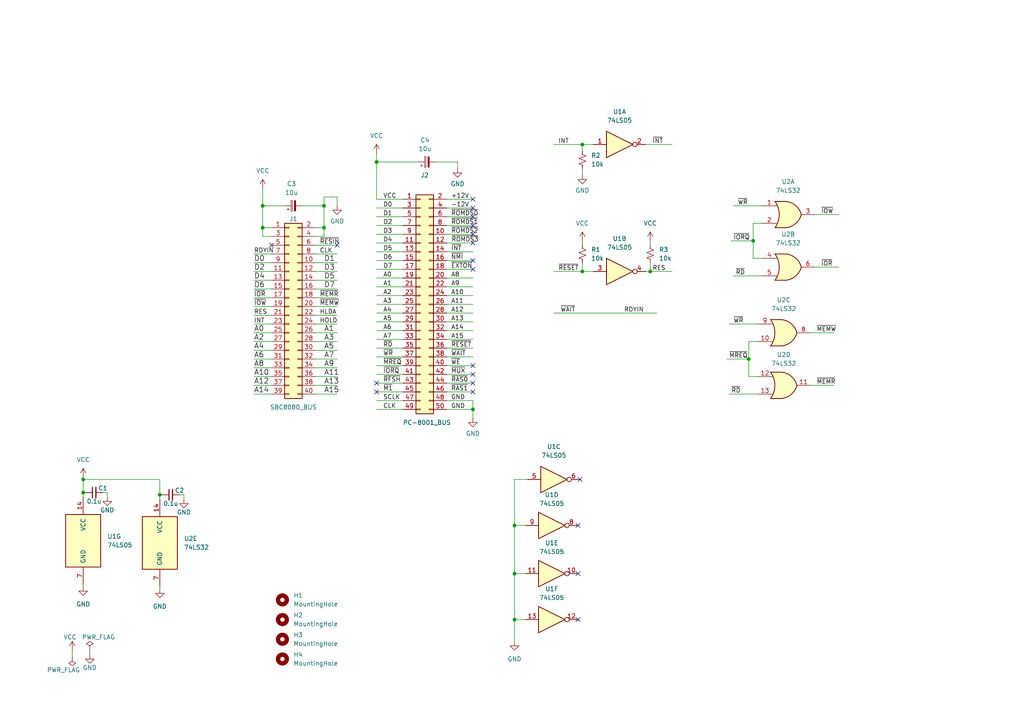
<source format=kicad_sch>
(kicad_sch (version 20211123) (generator eeschema)
  (paper "A4")
  (lib_symbols
    (symbol "74xx:74LS05" (pin_names (offset 1.016))
      (property "Reference" "U" (at 0 1.27 0))
      (property "Value" "74LS05" (at 0 -1.27 0))
      (symbol "74LS05_1_0"
        (polyline (pts (xy -3.81 3.81) (xy -3.81 -3.81) (xy 3.81 0) (xy -3.81 3.81)) (stroke (width 0.254)) (fill (type background)))
        (pin input line (at -7.62 0 0) (length 3.81) (name "~") (number "1"))
        (pin open_collector inverted (at 7.62 0 180) (length 3.81) (name "~") (number "2"))
      )
      (symbol "74LS05_2_0"
        (polyline (pts (xy -3.81 3.81) (xy -3.81 -3.81) (xy 3.81 0) (xy -3.81 3.81)) (stroke (width 0.254)) (fill (type background)))
        (pin input line (at -7.62 0 0) (length 3.81) (name "~") (number "3"))
        (pin open_collector inverted (at 7.62 0 180) (length 3.81) (name "~") (number "4"))
      )
      (symbol "74LS05_3_0"
        (polyline (pts (xy -3.81 3.81) (xy -3.81 -3.81) (xy 3.81 0) (xy -3.81 3.81)) (stroke (width 0.254)) (fill (type background)))
        (pin input line (at -7.62 0 0) (length 3.81) (name "~") (number "5"))
        (pin open_collector inverted (at 7.62 0 180) (length 3.81) (name "~") (number "6"))
      )
      (symbol "74LS05_4_0"
        (polyline (pts (xy -3.81 3.81) (xy -3.81 -3.81) (xy 3.81 0) (xy -3.81 3.81)) (stroke (width 0.254)) (fill (type background)))
        (pin open_collector inverted (at 7.62 0 180) (length 3.81) (name "~") (number "8"))
        (pin input line (at -7.62 0 0) (length 3.81) (name "~") (number "9"))
      )
      (symbol "74LS05_5_0"
        (polyline (pts (xy -3.81 3.81) (xy -3.81 -3.81) (xy 3.81 0) (xy -3.81 3.81)) (stroke (width 0.254)) (fill (type background)))
        (pin open_collector inverted (at 7.62 0 180) (length 3.81) (name "~") (number "10"))
        (pin input line (at -7.62 0 0) (length 3.81) (name "~") (number "11"))
      )
      (symbol "74LS05_6_0"
        (polyline (pts (xy -3.81 3.81) (xy -3.81 -3.81) (xy 3.81 0) (xy -3.81 3.81)) (stroke (width 0.254)) (fill (type background)))
        (pin open_collector inverted (at 7.62 0 180) (length 3.81) (name "~") (number "12"))
        (pin input line (at -7.62 0 0) (length 3.81) (name "~") (number "13"))
      )
      (symbol "74LS05_7_0"
        (pin power_in line (at 0 12.7 270) (length 5.08) (name "VCC") (number "14"))
        (pin power_in line (at 0 -12.7 90) (length 5.08) (name "GND") (number "7"))
      )
      (symbol "74LS05_7_1"
        (rectangle (start -5.08 7.62) (end 5.08 -7.62) (stroke (width 0.254)) (fill (type background)))
      )
    )
    (symbol "74xx:74LS32" (pin_names (offset 1.016))
      (property "Reference" "U" (at 0 1.27 0))
      (property "Value" "74LS32" (at 0 -1.27 0))
      (symbol "74LS32_1_1"
        (arc (start -3.81 -3.81) (mid -2.589 0) (end -3.81 3.81) (stroke (width 0.254)))
        (arc (start -0.6096 -3.81) (mid 2.1842 -2.5851) (end 3.81 0) (stroke (width 0.254)) (fill (type background)))
        (polyline (pts (xy -3.81 -3.81) (xy -0.635 -3.81)) (stroke (width 0.254)) (fill (type background)))
        (polyline (pts (xy -3.81 3.81) (xy -0.635 3.81)) (stroke (width 0.254)) (fill (type background)))
        (polyline (pts (xy -0.635 3.81) (xy -3.81 3.81) (xy -3.81 3.81) (xy -3.556 3.4036) (xy -3.0226 2.2606) (xy -2.6924 1.0414) (xy -2.6162 -0.254) (xy -2.7686 -1.4986) (xy -3.175 -2.7178) (xy -3.81 -3.81) (xy -3.81 -3.81) (xy -0.635 -3.81)) (stroke (width -25.4)) (fill (type background)))
        (arc (start 3.81 0) (mid 2.1915 2.5936) (end -0.6096 3.81) (stroke (width 0.254)) (fill (type background)))
        (pin input line (at -7.62 2.54 0) (length 4.318) (name "~") (number "1"))
        (pin input line (at -7.62 -2.54 0) (length 4.318) (name "~") (number "2"))
        (pin output line (at 7.62 0 180) (length 3.81) (name "~") (number "3"))
      )
      (symbol "74LS32_1_2"
        (arc (start 0 -3.81) (mid 3.81 0) (end 0 3.81) (stroke (width 0.254)) (fill (type background)))
        (polyline (pts (xy 0 3.81) (xy -3.81 3.81) (xy -3.81 -3.81) (xy 0 -3.81)) (stroke (width 0.254)) (fill (type background)))
        (pin input inverted (at -7.62 2.54 0) (length 3.81) (name "~") (number "1"))
        (pin input inverted (at -7.62 -2.54 0) (length 3.81) (name "~") (number "2"))
        (pin output inverted (at 7.62 0 180) (length 3.81) (name "~") (number "3"))
      )
      (symbol "74LS32_2_1"
        (arc (start -3.81 -3.81) (mid -2.589 0) (end -3.81 3.81) (stroke (width 0.254)))
        (arc (start -0.6096 -3.81) (mid 2.1842 -2.5851) (end 3.81 0) (stroke (width 0.254)) (fill (type background)))
        (polyline (pts (xy -3.81 -3.81) (xy -0.635 -3.81)) (stroke (width 0.254)) (fill (type background)))
        (polyline (pts (xy -3.81 3.81) (xy -0.635 3.81)) (stroke (width 0.254)) (fill (type background)))
        (polyline (pts (xy -0.635 3.81) (xy -3.81 3.81) (xy -3.81 3.81) (xy -3.556 3.4036) (xy -3.0226 2.2606) (xy -2.6924 1.0414) (xy -2.6162 -0.254) (xy -2.7686 -1.4986) (xy -3.175 -2.7178) (xy -3.81 -3.81) (xy -3.81 -3.81) (xy -0.635 -3.81)) (stroke (width -25.4)) (fill (type background)))
        (arc (start 3.81 0) (mid 2.1915 2.5936) (end -0.6096 3.81) (stroke (width 0.254)) (fill (type background)))
        (pin input line (at -7.62 2.54 0) (length 4.318) (name "~") (number "4"))
        (pin input line (at -7.62 -2.54 0) (length 4.318) (name "~") (number "5"))
        (pin output line (at 7.62 0 180) (length 3.81) (name "~") (number "6"))
      )
      (symbol "74LS32_2_2"
        (arc (start 0 -3.81) (mid 3.81 0) (end 0 3.81) (stroke (width 0.254)) (fill (type background)))
        (polyline (pts (xy 0 3.81) (xy -3.81 3.81) (xy -3.81 -3.81) (xy 0 -3.81)) (stroke (width 0.254)) (fill (type background)))
        (pin input inverted (at -7.62 2.54 0) (length 3.81) (name "~") (number "4"))
        (pin input inverted (at -7.62 -2.54 0) (length 3.81) (name "~") (number "5"))
        (pin output inverted (at 7.62 0 180) (length 3.81) (name "~") (number "6"))
      )
      (symbol "74LS32_3_1"
        (arc (start -3.81 -3.81) (mid -2.589 0) (end -3.81 3.81) (stroke (width 0.254)))
        (arc (start -0.6096 -3.81) (mid 2.1842 -2.5851) (end 3.81 0) (stroke (width 0.254)) (fill (type background)))
        (polyline (pts (xy -3.81 -3.81) (xy -0.635 -3.81)) (stroke (width 0.254)) (fill (type background)))
        (polyline (pts (xy -3.81 3.81) (xy -0.635 3.81)) (stroke (width 0.254)) (fill (type background)))
        (polyline (pts (xy -0.635 3.81) (xy -3.81 3.81) (xy -3.81 3.81) (xy -3.556 3.4036) (xy -3.0226 2.2606) (xy -2.6924 1.0414) (xy -2.6162 -0.254) (xy -2.7686 -1.4986) (xy -3.175 -2.7178) (xy -3.81 -3.81) (xy -3.81 -3.81) (xy -0.635 -3.81)) (stroke (width -25.4)) (fill (type background)))
        (arc (start 3.81 0) (mid 2.1915 2.5936) (end -0.6096 3.81) (stroke (width 0.254)) (fill (type background)))
        (pin input line (at -7.62 -2.54 0) (length 4.318) (name "~") (number "10"))
        (pin output line (at 7.62 0 180) (length 3.81) (name "~") (number "8"))
        (pin input line (at -7.62 2.54 0) (length 4.318) (name "~") (number "9"))
      )
      (symbol "74LS32_3_2"
        (arc (start 0 -3.81) (mid 3.81 0) (end 0 3.81) (stroke (width 0.254)) (fill (type background)))
        (polyline (pts (xy 0 3.81) (xy -3.81 3.81) (xy -3.81 -3.81) (xy 0 -3.81)) (stroke (width 0.254)) (fill (type background)))
        (pin input inverted (at -7.62 -2.54 0) (length 3.81) (name "~") (number "10"))
        (pin output inverted (at 7.62 0 180) (length 3.81) (name "~") (number "8"))
        (pin input inverted (at -7.62 2.54 0) (length 3.81) (name "~") (number "9"))
      )
      (symbol "74LS32_4_1"
        (arc (start -3.81 -3.81) (mid -2.589 0) (end -3.81 3.81) (stroke (width 0.254)))
        (arc (start -0.6096 -3.81) (mid 2.1842 -2.5851) (end 3.81 0) (stroke (width 0.254)) (fill (type background)))
        (polyline (pts (xy -3.81 -3.81) (xy -0.635 -3.81)) (stroke (width 0.254)) (fill (type background)))
        (polyline (pts (xy -3.81 3.81) (xy -0.635 3.81)) (stroke (width 0.254)) (fill (type background)))
        (polyline (pts (xy -0.635 3.81) (xy -3.81 3.81) (xy -3.81 3.81) (xy -3.556 3.4036) (xy -3.0226 2.2606) (xy -2.6924 1.0414) (xy -2.6162 -0.254) (xy -2.7686 -1.4986) (xy -3.175 -2.7178) (xy -3.81 -3.81) (xy -3.81 -3.81) (xy -0.635 -3.81)) (stroke (width -25.4)) (fill (type background)))
        (arc (start 3.81 0) (mid 2.1915 2.5936) (end -0.6096 3.81) (stroke (width 0.254)) (fill (type background)))
        (pin output line (at 7.62 0 180) (length 3.81) (name "~") (number "11"))
        (pin input line (at -7.62 2.54 0) (length 4.318) (name "~") (number "12"))
        (pin input line (at -7.62 -2.54 0) (length 4.318) (name "~") (number "13"))
      )
      (symbol "74LS32_4_2"
        (arc (start 0 -3.81) (mid 3.81 0) (end 0 3.81) (stroke (width 0.254)) (fill (type background)))
        (polyline (pts (xy 0 3.81) (xy -3.81 3.81) (xy -3.81 -3.81) (xy 0 -3.81)) (stroke (width 0.254)) (fill (type background)))
        (pin output inverted (at 7.62 0 180) (length 3.81) (name "~") (number "11"))
        (pin input inverted (at -7.62 2.54 0) (length 3.81) (name "~") (number "12"))
        (pin input inverted (at -7.62 -2.54 0) (length 3.81) (name "~") (number "13"))
      )
      (symbol "74LS32_5_0"
        (pin power_in line (at 0 12.7 270) (length 5.08) (name "VCC") (number "14"))
        (pin power_in line (at 0 -12.7 90) (length 5.08) (name "GND") (number "7"))
      )
      (symbol "74LS32_5_1"
        (rectangle (start -5.08 7.62) (end 5.08 -7.62) (stroke (width 0.254)) (fill (type background)))
      )
    )
    (symbol "Connector_Generic:Conn_02x20_Odd_Even" (pin_names (offset 1.016) hide)
      (property "Reference" "J" (at 1.27 25.4 0))
      (property "Value" "Conn_02x20_Odd_Even" (at 1.27 -27.94 0))
      (symbol "Conn_02x20_Odd_Even_1_1"
        (rectangle (start -1.27 -25.273) (end 0 -25.527) (stroke (width 0.1524)))
        (rectangle (start -1.27 -22.733) (end 0 -22.987) (stroke (width 0.1524)))
        (rectangle (start -1.27 -20.193) (end 0 -20.447) (stroke (width 0.1524)))
        (rectangle (start -1.27 -17.653) (end 0 -17.907) (stroke (width 0.1524)))
        (rectangle (start -1.27 -15.113) (end 0 -15.367) (stroke (width 0.1524)))
        (rectangle (start -1.27 -12.573) (end 0 -12.827) (stroke (width 0.1524)))
        (rectangle (start -1.27 -10.033) (end 0 -10.287) (stroke (width 0.1524)))
        (rectangle (start -1.27 -7.493) (end 0 -7.747) (stroke (width 0.1524)))
        (rectangle (start -1.27 -4.953) (end 0 -5.207) (stroke (width 0.1524)))
        (rectangle (start -1.27 -2.413) (end 0 -2.667) (stroke (width 0.1524)))
        (rectangle (start -1.27 0.127) (end 0 -0.127) (stroke (width 0.1524)))
        (rectangle (start -1.27 2.667) (end 0 2.413) (stroke (width 0.1524)))
        (rectangle (start -1.27 5.207) (end 0 4.953) (stroke (width 0.1524)))
        (rectangle (start -1.27 7.747) (end 0 7.493) (stroke (width 0.1524)))
        (rectangle (start -1.27 10.287) (end 0 10.033) (stroke (width 0.1524)))
        (rectangle (start -1.27 12.827) (end 0 12.573) (stroke (width 0.1524)))
        (rectangle (start -1.27 15.367) (end 0 15.113) (stroke (width 0.1524)))
        (rectangle (start -1.27 17.907) (end 0 17.653) (stroke (width 0.1524)))
        (rectangle (start -1.27 20.447) (end 0 20.193) (stroke (width 0.1524)))
        (rectangle (start -1.27 22.987) (end 0 22.733) (stroke (width 0.1524)))
        (rectangle (start -1.27 24.13) (end 3.81 -26.67) (stroke (width 0.254)) (fill (type background)))
        (rectangle (start 3.81 -25.273) (end 2.54 -25.527) (stroke (width 0.1524)))
        (rectangle (start 3.81 -22.733) (end 2.54 -22.987) (stroke (width 0.1524)))
        (rectangle (start 3.81 -20.193) (end 2.54 -20.447) (stroke (width 0.1524)))
        (rectangle (start 3.81 -17.653) (end 2.54 -17.907) (stroke (width 0.1524)))
        (rectangle (start 3.81 -15.113) (end 2.54 -15.367) (stroke (width 0.1524)))
        (rectangle (start 3.81 -12.573) (end 2.54 -12.827) (stroke (width 0.1524)))
        (rectangle (start 3.81 -10.033) (end 2.54 -10.287) (stroke (width 0.1524)))
        (rectangle (start 3.81 -7.493) (end 2.54 -7.747) (stroke (width 0.1524)))
        (rectangle (start 3.81 -4.953) (end 2.54 -5.207) (stroke (width 0.1524)))
        (rectangle (start 3.81 -2.413) (end 2.54 -2.667) (stroke (width 0.1524)))
        (rectangle (start 3.81 0.127) (end 2.54 -0.127) (stroke (width 0.1524)))
        (rectangle (start 3.81 2.667) (end 2.54 2.413) (stroke (width 0.1524)))
        (rectangle (start 3.81 5.207) (end 2.54 4.953) (stroke (width 0.1524)))
        (rectangle (start 3.81 7.747) (end 2.54 7.493) (stroke (width 0.1524)))
        (rectangle (start 3.81 10.287) (end 2.54 10.033) (stroke (width 0.1524)))
        (rectangle (start 3.81 12.827) (end 2.54 12.573) (stroke (width 0.1524)))
        (rectangle (start 3.81 15.367) (end 2.54 15.113) (stroke (width 0.1524)))
        (rectangle (start 3.81 17.907) (end 2.54 17.653) (stroke (width 0.1524)))
        (rectangle (start 3.81 20.447) (end 2.54 20.193) (stroke (width 0.1524)))
        (rectangle (start 3.81 22.987) (end 2.54 22.733) (stroke (width 0.1524)))
        (pin passive line (at -5.08 22.86 0) (length 3.81) (name "Pin_1") (number "1"))
        (pin passive line (at 7.62 12.7 180) (length 3.81) (name "Pin_10") (number "10"))
        (pin passive line (at -5.08 10.16 0) (length 3.81) (name "Pin_11") (number "11"))
        (pin passive line (at 7.62 10.16 180) (length 3.81) (name "Pin_12") (number "12"))
        (pin passive line (at -5.08 7.62 0) (length 3.81) (name "Pin_13") (number "13"))
        (pin passive line (at 7.62 7.62 180) (length 3.81) (name "Pin_14") (number "14"))
        (pin passive line (at -5.08 5.08 0) (length 3.81) (name "Pin_15") (number "15"))
        (pin passive line (at 7.62 5.08 180) (length 3.81) (name "Pin_16") (number "16"))
        (pin passive line (at -5.08 2.54 0) (length 3.81) (name "Pin_17") (number "17"))
        (pin passive line (at 7.62 2.54 180) (length 3.81) (name "Pin_18") (number "18"))
        (pin passive line (at -5.08 0 0) (length 3.81) (name "Pin_19") (number "19"))
        (pin passive line (at 7.62 22.86 180) (length 3.81) (name "Pin_2") (number "2"))
        (pin passive line (at 7.62 0 180) (length 3.81) (name "Pin_20") (number "20"))
        (pin passive line (at -5.08 -2.54 0) (length 3.81) (name "Pin_21") (number "21"))
        (pin passive line (at 7.62 -2.54 180) (length 3.81) (name "Pin_22") (number "22"))
        (pin passive line (at -5.08 -5.08 0) (length 3.81) (name "Pin_23") (number "23"))
        (pin passive line (at 7.62 -5.08 180) (length 3.81) (name "Pin_24") (number "24"))
        (pin passive line (at -5.08 -7.62 0) (length 3.81) (name "Pin_25") (number "25"))
        (pin passive line (at 7.62 -7.62 180) (length 3.81) (name "Pin_26") (number "26"))
        (pin passive line (at -5.08 -10.16 0) (length 3.81) (name "Pin_27") (number "27"))
        (pin passive line (at 7.62 -10.16 180) (length 3.81) (name "Pin_28") (number "28"))
        (pin passive line (at -5.08 -12.7 0) (length 3.81) (name "Pin_29") (number "29"))
        (pin passive line (at -5.08 20.32 0) (length 3.81) (name "Pin_3") (number "3"))
        (pin passive line (at 7.62 -12.7 180) (length 3.81) (name "Pin_30") (number "30"))
        (pin passive line (at -5.08 -15.24 0) (length 3.81) (name "Pin_31") (number "31"))
        (pin passive line (at 7.62 -15.24 180) (length 3.81) (name "Pin_32") (number "32"))
        (pin passive line (at -5.08 -17.78 0) (length 3.81) (name "Pin_33") (number "33"))
        (pin passive line (at 7.62 -17.78 180) (length 3.81) (name "Pin_34") (number "34"))
        (pin passive line (at -5.08 -20.32 0) (length 3.81) (name "Pin_35") (number "35"))
        (pin passive line (at 7.62 -20.32 180) (length 3.81) (name "Pin_36") (number "36"))
        (pin passive line (at -5.08 -22.86 0) (length 3.81) (name "Pin_37") (number "37"))
        (pin passive line (at 7.62 -22.86 180) (length 3.81) (name "Pin_38") (number "38"))
        (pin passive line (at -5.08 -25.4 0) (length 3.81) (name "Pin_39") (number "39"))
        (pin passive line (at 7.62 20.32 180) (length 3.81) (name "Pin_4") (number "4"))
        (pin passive line (at 7.62 -25.4 180) (length 3.81) (name "Pin_40") (number "40"))
        (pin passive line (at -5.08 17.78 0) (length 3.81) (name "Pin_5") (number "5"))
        (pin passive line (at 7.62 17.78 180) (length 3.81) (name "Pin_6") (number "6"))
        (pin passive line (at -5.08 15.24 0) (length 3.81) (name "Pin_7") (number "7"))
        (pin passive line (at 7.62 15.24 180) (length 3.81) (name "Pin_8") (number "8"))
        (pin passive line (at -5.08 12.7 0) (length 3.81) (name "Pin_9") (number "9"))
      )
    )
    (symbol "Connector_Generic:Conn_02x25_Odd_Even" (pin_names (offset 1.016) hide)
      (property "Reference" "J" (at 1.27 33.02 0))
      (property "Value" "Conn_02x25_Odd_Even" (at 1.27 -33.02 0))
      (symbol "Conn_02x25_Odd_Even_1_1"
        (rectangle (start -1.27 -30.353) (end 0 -30.607) (stroke (width 0.1524)))
        (rectangle (start -1.27 -27.813) (end 0 -28.067) (stroke (width 0.1524)))
        (rectangle (start -1.27 -25.273) (end 0 -25.527) (stroke (width 0.1524)))
        (rectangle (start -1.27 -22.733) (end 0 -22.987) (stroke (width 0.1524)))
        (rectangle (start -1.27 -20.193) (end 0 -20.447) (stroke (width 0.1524)))
        (rectangle (start -1.27 -17.653) (end 0 -17.907) (stroke (width 0.1524)))
        (rectangle (start -1.27 -15.113) (end 0 -15.367) (stroke (width 0.1524)))
        (rectangle (start -1.27 -12.573) (end 0 -12.827) (stroke (width 0.1524)))
        (rectangle (start -1.27 -10.033) (end 0 -10.287) (stroke (width 0.1524)))
        (rectangle (start -1.27 -7.493) (end 0 -7.747) (stroke (width 0.1524)))
        (rectangle (start -1.27 -4.953) (end 0 -5.207) (stroke (width 0.1524)))
        (rectangle (start -1.27 -2.413) (end 0 -2.667) (stroke (width 0.1524)))
        (rectangle (start -1.27 0.127) (end 0 -0.127) (stroke (width 0.1524)))
        (rectangle (start -1.27 2.667) (end 0 2.413) (stroke (width 0.1524)))
        (rectangle (start -1.27 5.207) (end 0 4.953) (stroke (width 0.1524)))
        (rectangle (start -1.27 7.747) (end 0 7.493) (stroke (width 0.1524)))
        (rectangle (start -1.27 10.287) (end 0 10.033) (stroke (width 0.1524)))
        (rectangle (start -1.27 12.827) (end 0 12.573) (stroke (width 0.1524)))
        (rectangle (start -1.27 15.367) (end 0 15.113) (stroke (width 0.1524)))
        (rectangle (start -1.27 17.907) (end 0 17.653) (stroke (width 0.1524)))
        (rectangle (start -1.27 20.447) (end 0 20.193) (stroke (width 0.1524)))
        (rectangle (start -1.27 22.987) (end 0 22.733) (stroke (width 0.1524)))
        (rectangle (start -1.27 25.527) (end 0 25.273) (stroke (width 0.1524)))
        (rectangle (start -1.27 28.067) (end 0 27.813) (stroke (width 0.1524)))
        (rectangle (start -1.27 30.607) (end 0 30.353) (stroke (width 0.1524)))
        (rectangle (start -1.27 31.75) (end 3.81 -31.75) (stroke (width 0.254)) (fill (type background)))
        (rectangle (start 3.81 -30.353) (end 2.54 -30.607) (stroke (width 0.1524)))
        (rectangle (start 3.81 -27.813) (end 2.54 -28.067) (stroke (width 0.1524)))
        (rectangle (start 3.81 -25.273) (end 2.54 -25.527) (stroke (width 0.1524)))
        (rectangle (start 3.81 -22.733) (end 2.54 -22.987) (stroke (width 0.1524)))
        (rectangle (start 3.81 -20.193) (end 2.54 -20.447) (stroke (width 0.1524)))
        (rectangle (start 3.81 -17.653) (end 2.54 -17.907) (stroke (width 0.1524)))
        (rectangle (start 3.81 -15.113) (end 2.54 -15.367) (stroke (width 0.1524)))
        (rectangle (start 3.81 -12.573) (end 2.54 -12.827) (stroke (width 0.1524)))
        (rectangle (start 3.81 -10.033) (end 2.54 -10.287) (stroke (width 0.1524)))
        (rectangle (start 3.81 -7.493) (end 2.54 -7.747) (stroke (width 0.1524)))
        (rectangle (start 3.81 -4.953) (end 2.54 -5.207) (stroke (width 0.1524)))
        (rectangle (start 3.81 -2.413) (end 2.54 -2.667) (stroke (width 0.1524)))
        (rectangle (start 3.81 0.127) (end 2.54 -0.127) (stroke (width 0.1524)))
        (rectangle (start 3.81 2.667) (end 2.54 2.413) (stroke (width 0.1524)))
        (rectangle (start 3.81 5.207) (end 2.54 4.953) (stroke (width 0.1524)))
        (rectangle (start 3.81 7.747) (end 2.54 7.493) (stroke (width 0.1524)))
        (rectangle (start 3.81 10.287) (end 2.54 10.033) (stroke (width 0.1524)))
        (rectangle (start 3.81 12.827) (end 2.54 12.573) (stroke (width 0.1524)))
        (rectangle (start 3.81 15.367) (end 2.54 15.113) (stroke (width 0.1524)))
        (rectangle (start 3.81 17.907) (end 2.54 17.653) (stroke (width 0.1524)))
        (rectangle (start 3.81 20.447) (end 2.54 20.193) (stroke (width 0.1524)))
        (rectangle (start 3.81 22.987) (end 2.54 22.733) (stroke (width 0.1524)))
        (rectangle (start 3.81 25.527) (end 2.54 25.273) (stroke (width 0.1524)))
        (rectangle (start 3.81 28.067) (end 2.54 27.813) (stroke (width 0.1524)))
        (rectangle (start 3.81 30.607) (end 2.54 30.353) (stroke (width 0.1524)))
        (pin passive line (at -5.08 30.48 0) (length 3.81) (name "Pin_1") (number "1"))
        (pin passive line (at 7.62 20.32 180) (length 3.81) (name "Pin_10") (number "10"))
        (pin passive line (at -5.08 17.78 0) (length 3.81) (name "Pin_11") (number "11"))
        (pin passive line (at 7.62 17.78 180) (length 3.81) (name "Pin_12") (number "12"))
        (pin passive line (at -5.08 15.24 0) (length 3.81) (name "Pin_13") (number "13"))
        (pin passive line (at 7.62 15.24 180) (length 3.81) (name "Pin_14") (number "14"))
        (pin passive line (at -5.08 12.7 0) (length 3.81) (name "Pin_15") (number "15"))
        (pin passive line (at 7.62 12.7 180) (length 3.81) (name "Pin_16") (number "16"))
        (pin passive line (at -5.08 10.16 0) (length 3.81) (name "Pin_17") (number "17"))
        (pin passive line (at 7.62 10.16 180) (length 3.81) (name "Pin_18") (number "18"))
        (pin passive line (at -5.08 7.62 0) (length 3.81) (name "Pin_19") (number "19"))
        (pin passive line (at 7.62 30.48 180) (length 3.81) (name "Pin_2") (number "2"))
        (pin passive line (at 7.62 7.62 180) (length 3.81) (name "Pin_20") (number "20"))
        (pin passive line (at -5.08 5.08 0) (length 3.81) (name "Pin_21") (number "21"))
        (pin passive line (at 7.62 5.08 180) (length 3.81) (name "Pin_22") (number "22"))
        (pin passive line (at -5.08 2.54 0) (length 3.81) (name "Pin_23") (number "23"))
        (pin passive line (at 7.62 2.54 180) (length 3.81) (name "Pin_24") (number "24"))
        (pin passive line (at -5.08 0 0) (length 3.81) (name "Pin_25") (number "25"))
        (pin passive line (at 7.62 0 180) (length 3.81) (name "Pin_26") (number "26"))
        (pin passive line (at -5.08 -2.54 0) (length 3.81) (name "Pin_27") (number "27"))
        (pin passive line (at 7.62 -2.54 180) (length 3.81) (name "Pin_28") (number "28"))
        (pin passive line (at -5.08 -5.08 0) (length 3.81) (name "Pin_29") (number "29"))
        (pin passive line (at -5.08 27.94 0) (length 3.81) (name "Pin_3") (number "3"))
        (pin passive line (at 7.62 -5.08 180) (length 3.81) (name "Pin_30") (number "30"))
        (pin passive line (at -5.08 -7.62 0) (length 3.81) (name "Pin_31") (number "31"))
        (pin passive line (at 7.62 -7.62 180) (length 3.81) (name "Pin_32") (number "32"))
        (pin passive line (at -5.08 -10.16 0) (length 3.81) (name "Pin_33") (number "33"))
        (pin passive line (at 7.62 -10.16 180) (length 3.81) (name "Pin_34") (number "34"))
        (pin passive line (at -5.08 -12.7 0) (length 3.81) (name "Pin_35") (number "35"))
        (pin passive line (at 7.62 -12.7 180) (length 3.81) (name "Pin_36") (number "36"))
        (pin passive line (at -5.08 -15.24 0) (length 3.81) (name "Pin_37") (number "37"))
        (pin passive line (at 7.62 -15.24 180) (length 3.81) (name "Pin_38") (number "38"))
        (pin passive line (at -5.08 -17.78 0) (length 3.81) (name "Pin_39") (number "39"))
        (pin passive line (at 7.62 27.94 180) (length 3.81) (name "Pin_4") (number "4"))
        (pin passive line (at 7.62 -17.78 180) (length 3.81) (name "Pin_40") (number "40"))
        (pin passive line (at -5.08 -20.32 0) (length 3.81) (name "Pin_41") (number "41"))
        (pin passive line (at 7.62 -20.32 180) (length 3.81) (name "Pin_42") (number "42"))
        (pin passive line (at -5.08 -22.86 0) (length 3.81) (name "Pin_43") (number "43"))
        (pin passive line (at 7.62 -22.86 180) (length 3.81) (name "Pin_44") (number "44"))
        (pin passive line (at -5.08 -25.4 0) (length 3.81) (name "Pin_45") (number "45"))
        (pin passive line (at 7.62 -25.4 180) (length 3.81) (name "Pin_46") (number "46"))
        (pin passive line (at -5.08 -27.94 0) (length 3.81) (name "Pin_47") (number "47"))
        (pin passive line (at 7.62 -27.94 180) (length 3.81) (name "Pin_48") (number "48"))
        (pin passive line (at -5.08 -30.48 0) (length 3.81) (name "Pin_49") (number "49"))
        (pin passive line (at -5.08 25.4 0) (length 3.81) (name "Pin_5") (number "5"))
        (pin passive line (at 7.62 -30.48 180) (length 3.81) (name "Pin_50") (number "50"))
        (pin passive line (at 7.62 25.4 180) (length 3.81) (name "Pin_6") (number "6"))
        (pin passive line (at -5.08 22.86 0) (length 3.81) (name "Pin_7") (number "7"))
        (pin passive line (at 7.62 22.86 180) (length 3.81) (name "Pin_8") (number "8"))
        (pin passive line (at -5.08 20.32 0) (length 3.81) (name "Pin_9") (number "9"))
      )
    )
    (symbol "Device:C_Polarized_Small" (pin_numbers hide) (pin_names (offset 0.254) hide)
      (property "Reference" "C" (at 0.254 1.778 0))
      (property "Value" "C_Polarized_Small" (at 0.254 -2.032 0))
      (symbol "C_Polarized_Small_0_1"
        (rectangle (start -1.524 -0.3048) (end 1.524 -0.6858) (fill (type outline)))
        (rectangle (start -1.524 0.6858) (end 1.524 0.3048))
        (polyline (pts (xy -1.27 1.524) (xy -0.762 1.524)))
        (polyline (pts (xy -1.016 1.27) (xy -1.016 1.778)))
      )
      (symbol "C_Polarized_Small_1_1"
        (pin passive line (at 0 2.54 270) (length 1.8542) (name "~") (number "1"))
        (pin passive line (at 0 -2.54 90) (length 1.8542) (name "~") (number "2"))
      )
    )
    (symbol "Device:C_Small" (pin_numbers hide) (pin_names (offset 0.254) hide)
      (property "Reference" "C" (at 0.254 1.778 0))
      (property "Value" "C_Small" (at 0.254 -2.032 0))
      (symbol "C_Small_0_1"
        (polyline (pts (xy -1.524 -0.508) (xy 1.524 -0.508)) (stroke (width 0.3302)))
        (polyline (pts (xy -1.524 0.508) (xy 1.524 0.508)) (stroke (width 0.3048)))
      )
      (symbol "C_Small_1_1"
        (pin passive line (at 0 2.54 270) (length 2.032) (name "~") (number "1"))
        (pin passive line (at 0 -2.54 90) (length 2.032) (name "~") (number "2"))
      )
    )
    (symbol "Device:R_Small_US" (pin_numbers hide) (pin_names (offset 0.254) hide)
      (property "Reference" "R" (at 0.762 0.508 0))
      (property "Value" "R_Small_US" (at 0.762 -1.016 0))
      (symbol "R_Small_US_1_1"
        (polyline (pts (xy 0 0) (xy 1.016 -0.381) (xy 0 -0.762) (xy -1.016 -1.143) (xy 0 -1.524)))
        (polyline (pts (xy 0 1.524) (xy 1.016 1.143) (xy 0 0.762) (xy -1.016 0.381) (xy 0 0)))
        (pin passive line (at 0 2.54 270) (length 1.016) (name "~") (number "1"))
        (pin passive line (at 0 -2.54 90) (length 1.016) (name "~") (number "2"))
      )
    )
    (symbol "Mechanical:MountingHole" (pin_names (offset 1.016))
      (property "Reference" "H" (at 0 5.08 0))
      (property "Value" "MountingHole" (at 0 3.175 0))
      (symbol "MountingHole_0_1"
        (circle (center 0 0) (radius 1.27) (stroke (width 1.27)))
      )
    )
    (symbol "power:GND" (power) (pin_names (offset 0))
      (property "Value" "GND" (at 0 -3.81 0))
      (symbol "GND_0_1"
        (polyline (pts (xy 0 0) (xy 0 -1.27) (xy 1.27 -1.27) (xy 0 -2.54) (xy -1.27 -1.27) (xy 0 -1.27)))
      )
      (symbol "GND_1_1"
        (pin power_in line (at 0 0 270) (length 0) hide (name "GND") (number "1"))
      )
    )
    (symbol "power:PWR_FLAG" (power) (pin_numbers hide) (pin_names (offset 0) hide)
      (property "Value" "PWR_FLAG" (at 0 3.81 0))
      (symbol "PWR_FLAG_0_0"
        (pin power_out line (at 0 0 90) (length 0) (name "pwr") (number "1"))
      )
      (symbol "PWR_FLAG_0_1"
        (polyline (pts (xy 0 0) (xy 0 1.27) (xy -1.016 1.905) (xy 0 2.54) (xy 1.016 1.905) (xy 0 1.27)))
      )
    )
    (symbol "power:VCC" (power) (pin_names (offset 0))
      (property "Value" "VCC" (at 0 3.81 0))
      (symbol "VCC_0_1"
        (polyline (pts (xy -0.762 1.27) (xy 0 2.54)))
        (polyline (pts (xy 0 0) (xy 0 2.54)))
        (polyline (pts (xy 0 2.54) (xy 0.762 1.27)))
      )
      (symbol "VCC_1_1"
        (pin power_in line (at 0 0 90) (length 0) hide (name "VCC") (number "1"))
      )
    )
  )
  (junction (at 149.225 179.705))
  (junction (at 46.355 143.51))
  (junction (at 137.16 118.745))
  (junction (at 24.13 142.875))
  (junction (at 24.13 139.065))
  (junction (at 149.225 152.4))
  (junction (at 93.98 59.69))
  (junction (at 168.91 41.91))
  (junction (at 76.2 66.04))
  (junction (at 217.17 104.14))
  (junction (at 149.225 166.37))
  (junction (at 109.22 46.99))
  (junction (at 188.595 78.74))
  (junction (at 218.44 69.85))
  (junction (at 76.2 59.69))
  (junction (at 168.91 78.74))
  (junction (at 93.98 66.04))
  (no_connect (at 137.16 70.485))
  (no_connect (at 137.16 67.945))
  (no_connect (at 137.16 78.105))
  (no_connect (at 137.16 75.565))
  (no_connect (at 137.16 65.405))
  (no_connect (at 137.16 62.865))
  (no_connect (at 97.79 71.12))
  (no_connect (at 109.22 113.665))
  (no_connect (at 109.22 111.125))
  (no_connect (at 137.16 113.665))
  (no_connect (at 137.16 111.125))
  (no_connect (at 137.16 108.585))
  (no_connect (at 137.16 106.045))
  (no_connect (at 137.16 60.325))
  (no_connect (at 137.16 57.785))
  (no_connect (at 167.64 166.37))
  (no_connect (at 167.64 179.705))
  (no_connect (at 168.275 139.065))
  (no_connect (at 167.64 152.4))
  (no_connect (at 78.74 71.12))
  (wire (pts (xy 129.54 85.725) (xy 137.16 85.725)))
  (wire (pts (xy 24.13 138.43) (xy 24.13 139.065)))
  (wire (pts (xy 46.355 170.18) (xy 46.355 170.815)))
  (wire (pts (xy 188.595 69.85) (xy 188.595 71.12)))
  (wire (pts (xy 129.54 57.785) (xy 137.16 57.785)))
  (wire (pts (xy 168.91 69.85) (xy 168.91 71.12)))
  (wire (pts (xy 109.22 46.99) (xy 109.22 57.785)))
  (wire (pts (xy 24.13 139.065) (xy 24.13 142.875)))
  (wire (pts (xy 109.22 67.945) (xy 116.84 67.945)))
  (wire (pts (xy 29.845 142.875) (xy 31.115 142.875)))
  (wire (pts (xy 76.2 66.04) (xy 76.2 68.58)))
  (wire (pts (xy 91.44 88.9) (xy 97.79 88.9)))
  (wire (pts (xy 149.225 179.705) (xy 149.225 186.055)))
  (wire (pts (xy 73.66 76.2) (xy 78.74 76.2)))
  (wire (pts (xy 129.54 100.965) (xy 137.16 100.965)))
  (wire (pts (xy 73.66 86.36) (xy 78.74 86.36)))
  (wire (pts (xy 46.355 143.51) (xy 46.355 144.78)))
  (wire (pts (xy 129.54 113.665) (xy 137.16 113.665)))
  (wire (pts (xy 126.365 46.99) (xy 132.715 46.99)))
  (wire (pts (xy 168.91 41.91) (xy 172.085 41.91)))
  (wire (pts (xy 218.44 69.85) (xy 218.44 74.93)))
  (wire (pts (xy 217.17 109.22) (xy 219.71 109.22)))
  (wire (pts (xy 160.655 78.74) (xy 168.91 78.74)))
  (wire (pts (xy 109.22 100.965) (xy 116.84 100.965)))
  (wire (pts (xy 73.66 109.22) (xy 78.74 109.22)))
  (wire (pts (xy 149.225 139.065) (xy 149.225 152.4)))
  (wire (pts (xy 109.22 78.105) (xy 116.84 78.105)))
  (wire (pts (xy 212.09 69.85) (xy 218.44 69.85)))
  (wire (pts (xy 234.95 111.76) (xy 241.935 111.76)))
  (wire (pts (xy 93.98 68.58) (xy 91.44 68.58)))
  (wire (pts (xy 109.22 83.185) (xy 116.84 83.185)))
  (wire (pts (xy 109.22 70.485) (xy 116.84 70.485)))
  (wire (pts (xy 93.98 57.15) (xy 97.79 57.15)))
  (wire (pts (xy 109.22 98.425) (xy 116.84 98.425)))
  (wire (pts (xy 129.54 62.865) (xy 137.16 62.865)))
  (wire (pts (xy 187.325 78.74) (xy 188.595 78.74)))
  (wire (pts (xy 109.22 44.45) (xy 109.22 46.99)))
  (wire (pts (xy 91.44 106.68) (xy 97.79 106.68)))
  (wire (pts (xy 109.22 75.565) (xy 116.84 75.565)))
  (wire (pts (xy 91.44 76.2) (xy 97.79 76.2)))
  (wire (pts (xy 109.22 65.405) (xy 116.84 65.405)))
  (wire (pts (xy 168.91 41.91) (xy 168.91 43.815)))
  (wire (pts (xy 129.54 60.325) (xy 137.16 60.325)))
  (wire (pts (xy 129.54 78.105) (xy 137.16 78.105)))
  (wire (pts (xy 91.44 91.44) (xy 97.79 91.44)))
  (wire (pts (xy 93.98 57.15) (xy 93.98 59.69)))
  (wire (pts (xy 129.54 88.265) (xy 137.16 88.265)))
  (wire (pts (xy 76.2 59.69) (xy 82.55 59.69)))
  (wire (pts (xy 212.725 80.01) (xy 220.98 80.01)))
  (wire (pts (xy 212.725 59.69) (xy 220.98 59.69)))
  (wire (pts (xy 24.13 169.545) (xy 24.13 170.18)))
  (wire (pts (xy 149.225 152.4) (xy 152.4 152.4)))
  (wire (pts (xy 129.54 80.645) (xy 137.16 80.645)))
  (wire (pts (xy 236.22 77.47) (xy 243.205 77.47)))
  (wire (pts (xy 149.225 166.37) (xy 152.4 166.37)))
  (wire (pts (xy 109.22 62.865) (xy 116.84 62.865)))
  (wire (pts (xy 129.54 116.205) (xy 137.16 116.205)))
  (wire (pts (xy 97.79 104.14) (xy 91.44 104.14)))
  (wire (pts (xy 97.79 57.15) (xy 97.79 59.69)))
  (wire (pts (xy 218.44 74.93) (xy 220.98 74.93)))
  (wire (pts (xy 129.54 106.045) (xy 137.16 106.045)))
  (wire (pts (xy 109.22 103.505) (xy 116.84 103.505)))
  (wire (pts (xy 97.79 78.74) (xy 91.44 78.74)))
  (wire (pts (xy 109.22 46.99) (xy 121.285 46.99)))
  (wire (pts (xy 24.13 139.065) (xy 46.355 139.065)))
  (wire (pts (xy 188.595 76.2) (xy 188.595 78.74)))
  (wire (pts (xy 97.79 99.06) (xy 91.44 99.06)))
  (wire (pts (xy 234.95 96.52) (xy 241.935 96.52)))
  (wire (pts (xy 129.54 83.185) (xy 137.16 83.185)))
  (wire (pts (xy 149.225 152.4) (xy 149.225 166.37)))
  (wire (pts (xy 211.455 114.3) (xy 219.71 114.3)))
  (wire (pts (xy 24.13 142.875) (xy 24.765 142.875)))
  (wire (pts (xy 217.17 104.14) (xy 217.17 109.22)))
  (wire (pts (xy 76.2 59.69) (xy 76.2 66.04)))
  (wire (pts (xy 109.22 111.125) (xy 116.84 111.125)))
  (wire (pts (xy 129.54 108.585) (xy 137.16 108.585)))
  (wire (pts (xy 91.44 73.66) (xy 97.79 73.66)))
  (wire (pts (xy 168.91 78.74) (xy 172.085 78.74)))
  (wire (pts (xy 109.22 88.265) (xy 116.84 88.265)))
  (wire (pts (xy 109.22 113.665) (xy 116.84 113.665)))
  (wire (pts (xy 73.66 106.68) (xy 78.74 106.68)))
  (wire (pts (xy 87.63 59.69) (xy 93.98 59.69)))
  (wire (pts (xy 53.34 143.51) (xy 53.34 144.78)))
  (wire (pts (xy 20.955 188.595) (xy 20.955 190.5)))
  (wire (pts (xy 73.66 111.76) (xy 78.74 111.76)))
  (wire (pts (xy 97.79 81.28) (xy 91.44 81.28)))
  (wire (pts (xy 168.91 48.895) (xy 168.91 50.8)))
  (wire (pts (xy 91.44 86.36) (xy 97.79 86.36)))
  (wire (pts (xy 129.54 93.345) (xy 137.16 93.345)))
  (wire (pts (xy 76.2 66.04) (xy 78.74 66.04)))
  (wire (pts (xy 73.66 78.74) (xy 78.74 78.74)))
  (wire (pts (xy 73.66 73.66) (xy 78.74 73.66)))
  (wire (pts (xy 73.66 83.82) (xy 78.74 83.82)))
  (wire (pts (xy 129.54 98.425) (xy 137.16 98.425)))
  (wire (pts (xy 217.17 99.06) (xy 217.17 104.14)))
  (wire (pts (xy 129.54 70.485) (xy 137.16 70.485)))
  (wire (pts (xy 149.225 166.37) (xy 149.225 179.705)))
  (wire (pts (xy 73.66 88.9) (xy 78.74 88.9)))
  (wire (pts (xy 149.225 179.705) (xy 152.4 179.705)))
  (wire (pts (xy 76.2 54.61) (xy 76.2 59.69)))
  (wire (pts (xy 109.22 93.345) (xy 116.84 93.345)))
  (wire (pts (xy 76.2 68.58) (xy 78.74 68.58)))
  (wire (pts (xy 220.98 64.77) (xy 218.44 64.77)))
  (wire (pts (xy 129.54 67.945) (xy 137.16 67.945)))
  (wire (pts (xy 91.44 66.04) (xy 93.98 66.04)))
  (wire (pts (xy 137.16 118.745) (xy 137.16 121.285)))
  (wire (pts (xy 210.82 104.14) (xy 217.17 104.14)))
  (wire (pts (xy 52.07 143.51) (xy 53.34 143.51)))
  (wire (pts (xy 97.79 111.76) (xy 91.44 111.76)))
  (wire (pts (xy 129.54 73.025) (xy 137.16 73.025)))
  (wire (pts (xy 109.22 85.725) (xy 116.84 85.725)))
  (wire (pts (xy 211.455 93.98) (xy 219.71 93.98)))
  (wire (pts (xy 129.54 95.885) (xy 137.16 95.885)))
  (wire (pts (xy 73.66 101.6) (xy 78.74 101.6)))
  (wire (pts (xy 97.79 83.82) (xy 91.44 83.82)))
  (wire (pts (xy 73.66 104.14) (xy 78.74 104.14)))
  (wire (pts (xy 109.22 90.805) (xy 116.84 90.805)))
  (wire (pts (xy 93.98 66.04) (xy 93.98 68.58)))
  (wire (pts (xy 129.54 65.405) (xy 137.16 65.405)))
  (wire (pts (xy 26.035 188.595) (xy 26.035 189.865)))
  (wire (pts (xy 132.715 46.99) (xy 132.715 48.895)))
  (wire (pts (xy 46.355 139.065) (xy 46.355 143.51)))
  (wire (pts (xy 109.22 95.885) (xy 116.84 95.885)))
  (wire (pts (xy 97.79 109.22) (xy 91.44 109.22)))
  (wire (pts (xy 91.44 71.12) (xy 97.79 71.12)))
  (wire (pts (xy 31.115 142.875) (xy 31.115 144.145)))
  (wire (pts (xy 97.79 101.6) (xy 91.44 101.6)))
  (wire (pts (xy 129.54 111.125) (xy 137.16 111.125)))
  (wire (pts (xy 91.44 96.52) (xy 97.79 96.52)))
  (wire (pts (xy 109.22 60.325) (xy 116.84 60.325)))
  (wire (pts (xy 129.54 118.745) (xy 137.16 118.745)))
  (wire (pts (xy 109.22 57.785) (xy 116.84 57.785)))
  (wire (pts (xy 73.66 114.3) (xy 78.74 114.3)))
  (wire (pts (xy 73.66 99.06) (xy 78.74 99.06)))
  (wire (pts (xy 109.22 106.045) (xy 116.84 106.045)))
  (wire (pts (xy 160.655 90.805) (xy 190.5 90.805)))
  (wire (pts (xy 109.22 108.585) (xy 116.84 108.585)))
  (wire (pts (xy 129.54 90.805) (xy 137.16 90.805)))
  (wire (pts (xy 236.22 62.23) (xy 243.205 62.23)))
  (wire (pts (xy 73.66 96.52) (xy 78.74 96.52)))
  (wire (pts (xy 129.54 103.505) (xy 137.16 103.505)))
  (wire (pts (xy 97.79 114.3) (xy 91.44 114.3)))
  (wire (pts (xy 129.54 75.565) (xy 137.16 75.565)))
  (wire (pts (xy 93.98 59.69) (xy 93.98 66.04)))
  (wire (pts (xy 73.66 81.28) (xy 78.74 81.28)))
  (wire (pts (xy 109.22 118.745) (xy 116.84 118.745)))
  (wire (pts (xy 188.595 78.74) (xy 194.945 78.74)))
  (wire (pts (xy 109.22 80.645) (xy 116.84 80.645)))
  (wire (pts (xy 91.44 93.98) (xy 97.79 93.98)))
  (wire (pts (xy 153.035 139.065) (xy 149.225 139.065)))
  (wire (pts (xy 73.66 91.44) (xy 78.74 91.44)))
  (wire (pts (xy 24.13 142.875) (xy 24.13 144.145)))
  (wire (pts (xy 187.325 41.91) (xy 194.945 41.91)))
  (wire (pts (xy 168.91 76.2) (xy 168.91 78.74)))
  (wire (pts (xy 219.71 99.06) (xy 217.17 99.06)))
  (wire (pts (xy 160.655 41.91) (xy 168.91 41.91)))
  (wire (pts (xy 109.22 73.025) (xy 116.84 73.025)))
  (wire (pts (xy 73.66 93.98) (xy 78.74 93.98)))
  (wire (pts (xy 109.22 116.205) (xy 116.84 116.205)))
  (wire (pts (xy 218.44 64.77) (xy 218.44 69.85)))
  (wire (pts (xy 46.355 143.51) (xy 46.99 143.51)))
  (wire (pts (xy 137.16 116.205) (xy 137.16 118.745)))
  (label "~{WAIT}" (at 162.56 90.805 0))
  (label "D5" (at 111.125 73.025 0))
  (label "D4" (at 73.66 81.28 0) (effects (font (size 1.524 1.524))))
  (label "A8" (at 130.81 80.645 0))
  (label "~{ROMDS1}" (at 130.81 65.405 0))
  (label "A0" (at 73.66 96.52 0) (effects (font (size 1.524 1.524))))
  (label "A12" (at 73.66 111.76 0) (effects (font (size 1.524 1.524))))
  (label "D5" (at 93.98 81.28 0) (effects (font (size 1.524 1.524))))
  (label "VCC" (at 111.125 57.785 0))
  (label "D7" (at 93.98 83.82 0) (effects (font (size 1.524 1.524))))
  (label "~{RD}" (at 213.36 80.01 0))
  (label "A7" (at 93.98 104.14 0) (effects (font (size 1.524 1.524))))
  (label "RDYIN" (at 180.975 90.805 0))
  (label "~{MREQ}" (at 111.125 106.045 0))
  (label "D6" (at 73.66 83.82 0) (effects (font (size 1.524 1.524))))
  (label "~{WR}" (at 111.125 103.505 0))
  (label "~{ROMDS2}" (at 130.81 67.945 0))
  (label "A9" (at 130.81 83.185 0))
  (label "-12V" (at 130.81 60.325 0))
  (label "~{IORQ}" (at 212.725 69.85 0))
  (label "A1" (at 93.98 96.52 0) (effects (font (size 1.524 1.524))))
  (label "A5" (at 111.125 93.345 0))
  (label "~{MEMR}" (at 236.855 111.76 0))
  (label "INT" (at 161.925 41.91 0))
  (label "A13" (at 93.98 111.76 0) (effects (font (size 1.524 1.524))))
  (label "~{RESET}" (at 161.925 78.74 0))
  (label "D6" (at 111.125 75.565 0))
  (label "~{IOR}" (at 238.125 77.47 0))
  (label "~{RFSH}" (at 111.125 111.125 0))
  (label "A11" (at 93.98 109.22 0) (effects (font (size 1.524 1.524))))
  (label "~{RAS1}" (at 130.81 113.665 0))
  (label "RES" (at 189.23 78.74 0))
  (label "GND" (at 130.81 116.205 0))
  (label "CLK" (at 111.125 118.745 0))
  (label "~{WR}" (at 212.725 93.98 0))
  (label "A11" (at 130.81 88.265 0))
  (label "~{NMI}" (at 130.81 75.565 0))
  (label "~{RD}" (at 111.125 100.965 0))
  (label "~{WAIT}" (at 130.81 103.505 0))
  (label "~{IOR}" (at 73.66 86.36 0))
  (label "A6" (at 73.66 104.14 0) (effects (font (size 1.524 1.524))))
  (label "A9" (at 93.98 106.68 0) (effects (font (size 1.524 1.524))))
  (label "HLDA" (at 92.71 91.44 0))
  (label "A4" (at 73.66 101.6 0) (effects (font (size 1.524 1.524))))
  (label "~{RESET}" (at 130.81 100.965 0))
  (label "A12" (at 130.81 90.805 0))
  (label "A14" (at 130.81 95.885 0))
  (label "D0" (at 111.125 60.325 0))
  (label "~{INT}" (at 130.81 73.025 0))
  (label "~{MREQ}" (at 211.455 104.14 0))
  (label "A0" (at 111.125 80.645 0))
  (label "~{ROMDS0}" (at 130.81 62.865 0))
  (label "CLK" (at 92.71 73.66 0))
  (label "A14" (at 73.66 114.3 0) (effects (font (size 1.524 1.524))))
  (label "A3" (at 111.125 88.265 0))
  (label "D0" (at 73.66 76.2 0) (effects (font (size 1.524 1.524))))
  (label "A13" (at 130.81 93.345 0))
  (label "D4" (at 111.125 70.485 0))
  (label "~{INT}" (at 189.23 41.91 0))
  (label "A2" (at 73.66 99.06 0) (effects (font (size 1.524 1.524))))
  (label "D7" (at 111.125 78.105 0))
  (label "~{IOW}" (at 238.125 62.23 0))
  (label "~{WE}" (at 130.81 106.045 0))
  (label "A10" (at 73.66 109.22 0) (effects (font (size 1.524 1.524))))
  (label "~{EXTON}" (at 130.81 78.105 0))
  (label "~{RD}" (at 212.09 114.3 0))
  (label "D1" (at 93.98 76.2 0) (effects (font (size 1.524 1.524))))
  (label "RES" (at 73.66 91.44 0))
  (label "HOLD" (at 92.71 93.98 0))
  (label "A4" (at 111.125 90.805 0))
  (label "D1" (at 111.125 62.865 0))
  (label "~{MUX}" (at 130.81 108.585 0))
  (label "A8" (at 73.66 106.68 0) (effects (font (size 1.524 1.524))))
  (label "GND" (at 130.81 118.745 0))
  (label "A7" (at 111.125 98.425 0))
  (label "A3" (at 93.98 99.06 0) (effects (font (size 1.524 1.524))))
  (label "~{WR}" (at 213.995 59.69 0))
  (label "RDYIN" (at 73.66 73.66 0))
  (label "SCLK" (at 111.125 116.205 0))
  (label "~{MEMW}" (at 236.855 96.52 0))
  (label "~{RAS0}" (at 130.81 111.125 0))
  (label "A15" (at 130.81 98.425 0))
  (label "~{M1}" (at 111.125 113.665 0))
  (label "~{IORQ}" (at 111.125 108.585 0))
  (label "A2" (at 111.125 85.725 0))
  (label "D2" (at 73.66 78.74 0) (effects (font (size 1.524 1.524))))
  (label "~{ROMDS3}" (at 130.9208 70.485 0))
  (label "A10" (at 130.81 85.725 0))
  (label "D2" (at 111.125 65.405 0))
  (label "~{RESIN}" (at 92.71 71.12 0))
  (label "~{IOW}" (at 73.66 88.9 0))
  (label "A5" (at 93.98 101.6 0) (effects (font (size 1.524 1.524))))
  (label "~{MEMR}" (at 92.71 86.36 0))
  (label "A1" (at 111.125 83.185 0))
  (label "INT" (at 73.66 93.98 0))
  (label "D3" (at 93.98 78.74 0) (effects (font (size 1.524 1.524))))
  (label "~{MEMW}" (at 92.71 88.9 0))
  (label "A15" (at 93.98 114.3 0) (effects (font (size 1.524 1.524))))
  (label "+12V" (at 130.81 57.785 0))
  (label "A6" (at 111.125 95.885 0))
  (label "D3" (at 111.125 67.945 0))
  (symbol (lib_id "Connector_Generic:Conn_02x25_Odd_Even") (at 121.92 88.265 0) (unit 1)
    (property "Reference" "J2" (at 123.19 50.8 0))
    (property "Value" "PC-8001_BUS" (at 123.825 122.555 0))
    (property "Footprint" "Connector_PinHeader_2.54mm:PinHeader_2x25_P2.54mm_Horizontal" (effects hide))
  )
  (symbol (lib_id "74xx:74LS05") (at 160.655 139.065 0) (unit 3)
    (property "Reference" "U1" (at 160.655 129.54 0))
    (property "Value" "74LS05" (at 160.655 132.08 0))
    (property "Footprint" "Package_DIP:DIP-14_W7.62mm_Socket" (effects hide))
    (property "Datasheet" "http://www.ti.com/lit/gpn/sn74LS05" (effects hide))
  )
  (symbol (lib_id "74xx:74LS05") (at 160.02 152.4 0) (unit 4)
    (property "Reference" "U1" (at 160.02 143.51 0))
    (property "Value" "74LS05" (at 160.02 146.05 0))
    (property "Footprint" "Package_DIP:DIP-14_W7.62mm_Socket" (effects hide))
    (property "Datasheet" "http://www.ti.com/lit/gpn/sn74LS05" (effects hide))
  )
  (symbol (lib_id "power:GND") (at 24.13 170.18 0) (unit 1)
    (property "Reference" "#PWR03" (effects hide))
    (property "Value" "GND" (at 24.13 175.26 0))
  )
  (symbol (lib_id "74xx:74LS32") (at 227.33 111.76 0) (unit 4)
    (property "Reference" "U2" (at 227.33 102.87 0))
    (property "Value" "74LS32" (at 227.33 105.41 0))
    (property "Footprint" "Package_DIP:DIP-14_W7.62mm_Socket" (effects hide))
    (property "Datasheet" "http://www.ti.com/lit/gpn/sn74LS32" (effects hide))
  )
  (symbol (lib_id "power:GND") (at 26.035 189.865 0) (unit 1)
    (property "Reference" "#PWR04" (effects hide))
    (property "Value" "GND" (at 26.035 193.675 0))
  )
  (symbol (lib_id "74xx:74LS05") (at 179.705 41.91 0) (unit 1)
    (property "Reference" "U1" (at 179.705 32.385 0))
    (property "Value" "74LS05" (at 179.705 34.925 0))
    (property "Footprint" "Package_DIP:DIP-14_W7.62mm_Socket" (effects hide))
    (property "Datasheet" "http://www.ti.com/lit/gpn/sn74LS05" (effects hide))
  )
  (symbol (lib_id "Mechanical:MountingHole") (at 81.915 191.135 0) (unit 1)
    (property "Reference" "H4" (at 85.09 189.8649 0) (effects (justify left)))
    (property "Value" "MountingHole" (at 85.09 192.4049 0) (effects (justify left)))
    (property "Footprint" "MountingHole:MountingHole_3.2mm_M3" (effects hide))
  )
  (symbol (lib_id "power:GND") (at 31.115 144.145 0) (unit 1)
    (property "Reference" "#PWR05" (effects hide))
    (property "Value" "GND" (at 31.115 147.955 0))
  )
  (symbol (lib_id "74xx:74LS32") (at 227.33 96.52 0) (unit 3)
    (property "Reference" "U2" (at 227.33 86.995 0))
    (property "Value" "74LS32" (at 227.33 89.535 0))
    (property "Footprint" "Package_DIP:DIP-14_W7.62mm_Socket" (effects hide))
    (property "Datasheet" "http://www.ti.com/lit/gpn/sn74LS32" (effects hide))
  )
  (symbol (lib_id "74xx:74LS32") (at 46.355 157.48 0) (unit 5)
    (property "Reference" "U2" (at 53.34 156.2099 0) (effects (justify left)))
    (property "Value" "74LS32" (at 53.34 158.7499 0) (effects (justify left)))
    (property "Footprint" "Package_DIP:DIP-14_W7.62mm_Socket" (effects hide))
    (property "Datasheet" "http://www.ti.com/lit/gpn/sn74LS32" (effects hide))
  )
  (symbol (lib_id "74xx:74LS32") (at 228.6 62.23 0) (unit 1)
    (property "Reference" "U2" (at 228.6 52.705 0))
    (property "Value" "74LS32" (at 228.6 55.245 0))
    (property "Footprint" "Package_DIP:DIP-14_W7.62mm_Socket" (effects hide))
    (property "Datasheet" "http://www.ti.com/lit/gpn/sn74LS32" (effects hide))
  )
  (symbol (lib_id "power:GND") (at 168.91 50.8 0) (unit 1)
    (property "Reference" "#PWR0102" (effects hide))
    (property "Value" "GND" (at 168.91 55.245 0))
  )
  (symbol (lib_id "power:GND") (at 149.225 186.055 0) (unit 1)
    (property "Reference" "#PWR013" (effects hide))
    (property "Value" "GND" (at 149.225 191.135 0))
  )
  (symbol (lib_id "Mechanical:MountingHole") (at 81.915 185.42 0) (unit 1)
    (property "Reference" "H3" (at 85.09 184.1499 0) (effects (justify left)))
    (property "Value" "MountingHole" (at 85.09 186.6899 0) (effects (justify left)))
    (property "Footprint" "MountingHole:MountingHole_3.2mm_M3" (effects hide))
  )
  (symbol (lib_id "power:VCC") (at 168.91 69.85 0) (unit 1)
    (property "Reference" "#PWR014" (effects hide))
    (property "Value" "VCC" (at 168.91 64.77 0))
  )
  (symbol (lib_id "power:GND") (at 97.79 59.69 0) (unit 1)
    (property "Reference" "#PWR09" (effects hide))
    (property "Value" "GND" (at 97.79 64.135 0))
  )
  (symbol (lib_id "74xx:74LS05") (at 24.13 156.845 0) (unit 7)
    (property "Reference" "U1" (at 31.115 155.5749 0) (effects (justify left)))
    (property "Value" "74LS05" (at 31.115 158.1149 0) (effects (justify left)))
    (property "Footprint" "Package_DIP:DIP-14_W7.62mm_Socket" (effects hide))
    (property "Datasheet" "http://www.ti.com/lit/gpn/sn74LS05" (effects hide))
  )
  (symbol (lib_id "power:VCC") (at 188.595 69.85 0) (unit 1)
    (property "Reference" "#PWR0101" (effects hide))
    (property "Value" "VCC" (at 188.595 64.77 0))
  )
  (symbol (lib_id "power:GND") (at 53.34 144.78 0) (unit 1)
    (property "Reference" "#PWR07" (effects hide))
    (property "Value" "GND" (at 53.34 148.59 0))
  )
  (symbol (lib_id "Device:C_Small") (at 49.53 143.51 90) (unit 1)
    (property "Reference" "C2" (at 52.07 142.24 90))
    (property "Value" "0.1u" (at 49.53 146.05 90))
    (property "Footprint" "Capacitor_THT:C_Disc_D3.0mm_W1.6mm_P2.50mm" (effects hide))
  )
  (symbol (lib_id "power:VCC") (at 20.955 188.595 0) (unit 1)
    (property "Reference" "#PWR01" (effects hide))
    (property "Value" "VCC" (at 20.32 184.785 0))
  )
  (symbol (lib_id "Device:R_Small_US") (at 188.595 73.66 0) (unit 1)
    (property "Reference" "R3" (at 191.135 72.3899 0) (effects (justify left)))
    (property "Value" "10k" (at 191.135 74.9299 0) (effects (justify left)))
    (property "Footprint" "Resistor_THT:R_Axial_DIN0207_L6.3mm_D2.5mm_P10.16mm_Horizontal" (effects hide))
  )
  (symbol (lib_id "power:GND") (at 132.715 48.895 0) (unit 1)
    (property "Reference" "#PWR011" (effects hide))
    (property "Value" "GND" (at 132.715 53.34 0))
  )
  (symbol (lib_id "Device:C_Polarized_Small") (at 123.825 46.99 90) (unit 1)
    (property "Reference" "C4" (at 123.2789 40.64 90))
    (property "Value" "10u" (at 123.2789 43.18 90))
    (property "Footprint" "Capacitor_THT:CP_Radial_D5.0mm_P2.50mm" (effects hide))
  )
  (symbol (lib_id "power:PWR_FLAG") (at 26.035 188.595 0) (unit 1)
    (property "Reference" "#FLG02" (effects hide))
    (property "Value" "PWR_FLAG" (at 28.575 184.785 0))
  )
  (symbol (lib_id "Connector_Generic:Conn_02x20_Odd_Even") (at 83.82 88.9 0) (unit 1)
    (property "Reference" "J1" (at 85.09 63.5 0))
    (property "Value" "SBC8080_BUS" (at 85.09 118.11 0))
    (property "Footprint" "Connector_PinHeader_2.54mm:PinHeader_2x20_P2.54mm_Horizontal" (effects hide))
  )
  (symbol (lib_id "Device:R_Small_US") (at 168.91 73.66 0) (unit 1)
    (property "Reference" "R1" (at 171.45 72.3899 0) (effects (justify left)))
    (property "Value" "10k" (at 171.45 74.9299 0) (effects (justify left)))
    (property "Footprint" "Resistor_THT:R_Axial_DIN0207_L6.3mm_D2.5mm_P10.16mm_Horizontal" (effects hide))
  )
  (symbol (lib_id "74xx:74LS32") (at 228.6 77.47 0) (unit 2)
    (property "Reference" "U2" (at 228.6 67.945 0))
    (property "Value" "74LS32" (at 228.6 70.485 0))
    (property "Footprint" "Package_DIP:DIP-14_W7.62mm_Socket" (effects hide))
    (property "Datasheet" "http://www.ti.com/lit/gpn/sn74LS32" (effects hide))
  )
  (symbol (lib_id "power:GND") (at 46.355 170.815 0) (unit 1)
    (property "Reference" "#PWR06" (effects hide))
    (property "Value" "GND" (at 46.355 175.895 0))
  )
  (symbol (lib_id "Device:C_Polarized_Small") (at 85.09 59.69 90) (unit 1)
    (property "Reference" "C3" (at 84.5439 53.34 90))
    (property "Value" "10u" (at 84.5439 55.88 90))
    (property "Footprint" "Capacitor_THT:CP_Radial_D5.0mm_P2.50mm" (effects hide))
  )
  (symbol (lib_id "power:VCC") (at 24.13 138.43 0) (unit 1)
    (property "Reference" "#PWR02" (effects hide))
    (property "Value" "VCC" (at 24.13 133.35 0))
  )
  (symbol (lib_id "power:PWR_FLAG") (at 20.955 190.5 180) (unit 1)
    (property "Reference" "#FLG01" (effects hide))
    (property "Value" "PWR_FLAG" (at 18.415 194.31 0))
  )
  (symbol (lib_id "74xx:74LS05") (at 179.705 78.74 0) (unit 2)
    (property "Reference" "U1" (at 179.705 69.215 0))
    (property "Value" "74LS05" (at 179.705 71.755 0))
    (property "Footprint" "Package_DIP:DIP-14_W7.62mm_Socket" (effects hide))
    (property "Datasheet" "http://www.ti.com/lit/gpn/sn74LS05" (effects hide))
  )
  (symbol (lib_id "Device:R_Small_US") (at 168.91 46.355 0) (unit 1)
    (property "Reference" "R2" (at 171.45 45.0849 0) (effects (justify left)))
    (property "Value" "10k" (at 171.45 47.6249 0) (effects (justify left)))
    (property "Footprint" "Resistor_THT:R_Axial_DIN0207_L6.3mm_D2.5mm_P10.16mm_Horizontal" (effects hide))
  )
  (symbol (lib_id "Device:C_Small") (at 27.305 142.875 90) (unit 1)
    (property "Reference" "C1" (at 29.845 141.605 90))
    (property "Value" "0.1u" (at 27.305 145.415 90))
    (property "Footprint" "Capacitor_THT:C_Disc_D3.0mm_W1.6mm_P2.50mm" (effects hide))
  )
  (symbol (lib_id "Mechanical:MountingHole") (at 81.915 173.99 0) (unit 1)
    (property "Reference" "H1" (at 85.09 172.7199 0) (effects (justify left)))
    (property "Value" "MountingHole" (at 85.09 175.2599 0) (effects (justify left)))
    (property "Footprint" "MountingHole:MountingHole_3.2mm_M3" (effects hide))
  )
  (symbol (lib_id "74xx:74LS05") (at 160.02 166.37 0) (unit 5)
    (property "Reference" "U1" (at 160.02 157.48 0))
    (property "Value" "74LS05" (at 160.02 160.02 0))
    (property "Footprint" "Package_DIP:DIP-14_W7.62mm_Socket" (effects hide))
    (property "Datasheet" "http://www.ti.com/lit/gpn/sn74LS05" (effects hide))
  )
  (symbol (lib_id "Mechanical:MountingHole") (at 81.915 179.705 0) (unit 1)
    (property "Reference" "H2" (at 85.09 178.4349 0) (effects (justify left)))
    (property "Value" "MountingHole" (at 85.09 180.9749 0) (effects (justify left)))
    (property "Footprint" "MountingHole:MountingHole_3.2mm_M3" (effects hide))
  )
  (symbol (lib_id "power:VCC") (at 109.22 44.45 0) (unit 1)
    (property "Reference" "#PWR010" (effects hide))
    (property "Value" "VCC" (at 109.22 39.37 0))
  )
  (symbol (lib_id "74xx:74LS05") (at 160.02 179.705 0) (unit 6)
    (property "Reference" "U1" (at 160.02 170.815 0))
    (property "Value" "74LS05" (at 160.02 173.355 0))
    (property "Footprint" "Package_DIP:DIP-14_W7.62mm_Socket" (effects hide))
    (property "Datasheet" "http://www.ti.com/lit/gpn/sn74LS05" (effects hide))
  )
  (symbol (lib_id "power:GND") (at 137.16 121.285 0) (unit 1)
    (property "Reference" "#PWR012" (effects hide))
    (property "Value" "GND" (at 137.16 125.73 0))
  )
  (symbol (lib_id "power:VCC") (at 76.2 54.61 0) (unit 1)
    (property "Reference" "#PWR08" (effects hide))
    (property "Value" "VCC" (at 76.2 49.53 0))
  )
)
</source>
